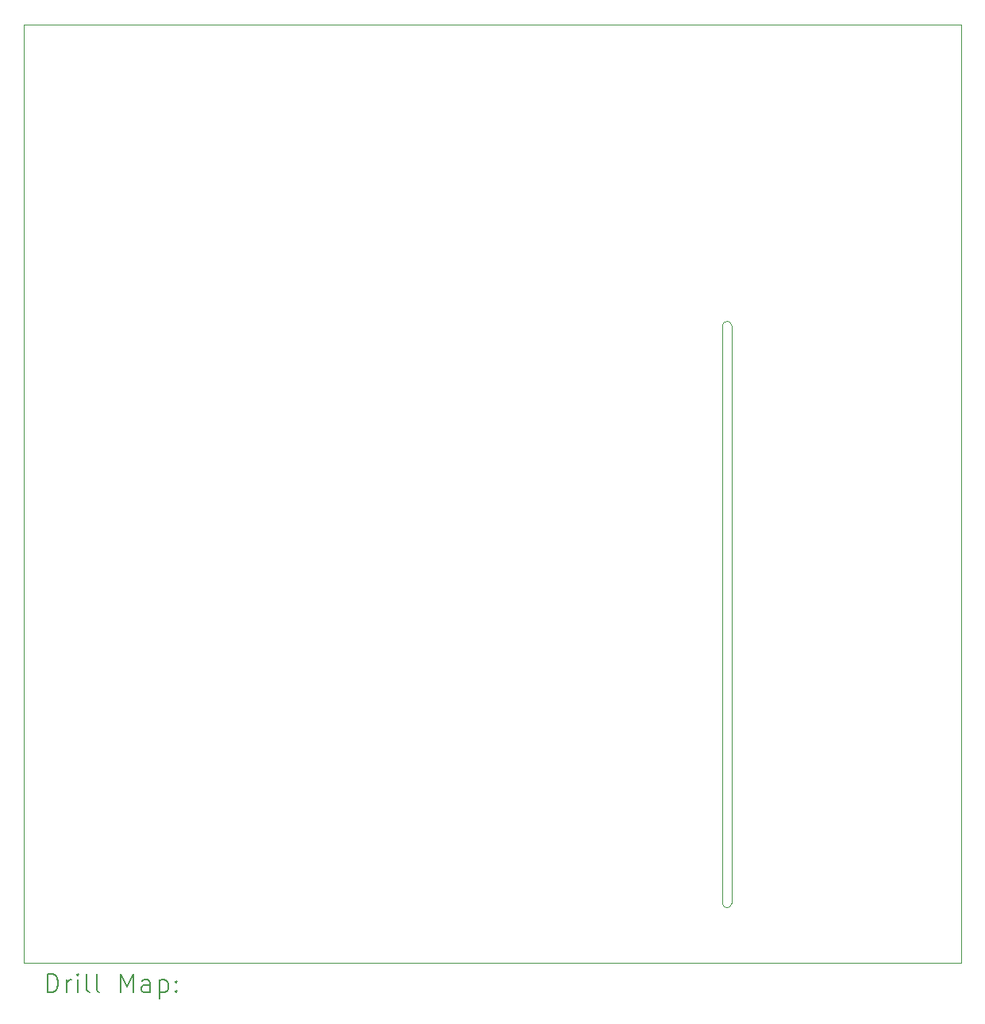
<source format=gbr>
%TF.GenerationSoftware,KiCad,Pcbnew,(6.0.8)*%
%TF.CreationDate,2023-07-19T02:04:15+05:30*%
%TF.ProjectId,STM32DryerPCB_V2,53544d33-3244-4727-9965-725043425f56,rev?*%
%TF.SameCoordinates,Original*%
%TF.FileFunction,Drillmap*%
%TF.FilePolarity,Positive*%
%FSLAX45Y45*%
G04 Gerber Fmt 4.5, Leading zero omitted, Abs format (unit mm)*
G04 Created by KiCad (PCBNEW (6.0.8)) date 2023-07-19 02:04:15*
%MOMM*%
%LPD*%
G01*
G04 APERTURE LIST*
%ADD10C,0.100000*%
%ADD11C,0.200000*%
G04 APERTURE END LIST*
D10*
X16823400Y-12410440D02*
G75*
G03*
X16923400Y-12410440I50000J0D01*
G01*
X16923400Y-6261080D02*
G75*
G03*
X16823400Y-6261080I-50000J0D01*
G01*
X16923400Y-12410440D02*
X16923400Y-6261080D01*
X16823400Y-6261080D02*
X16823400Y-12410440D01*
X9372600Y-3048000D02*
X19372600Y-3048000D01*
X19372600Y-3048000D02*
X19372600Y-13048000D01*
X19372600Y-13048000D02*
X9372600Y-13048000D01*
X9372600Y-13048000D02*
X9372600Y-3048000D01*
D11*
X9625219Y-13363476D02*
X9625219Y-13163476D01*
X9672838Y-13163476D01*
X9701410Y-13173000D01*
X9720457Y-13192048D01*
X9729981Y-13211095D01*
X9739505Y-13249190D01*
X9739505Y-13277762D01*
X9729981Y-13315857D01*
X9720457Y-13334905D01*
X9701410Y-13353952D01*
X9672838Y-13363476D01*
X9625219Y-13363476D01*
X9825219Y-13363476D02*
X9825219Y-13230143D01*
X9825219Y-13268238D02*
X9834743Y-13249190D01*
X9844267Y-13239667D01*
X9863314Y-13230143D01*
X9882362Y-13230143D01*
X9949029Y-13363476D02*
X9949029Y-13230143D01*
X9949029Y-13163476D02*
X9939505Y-13173000D01*
X9949029Y-13182524D01*
X9958552Y-13173000D01*
X9949029Y-13163476D01*
X9949029Y-13182524D01*
X10072838Y-13363476D02*
X10053790Y-13353952D01*
X10044267Y-13334905D01*
X10044267Y-13163476D01*
X10177600Y-13363476D02*
X10158552Y-13353952D01*
X10149029Y-13334905D01*
X10149029Y-13163476D01*
X10406171Y-13363476D02*
X10406171Y-13163476D01*
X10472838Y-13306333D01*
X10539505Y-13163476D01*
X10539505Y-13363476D01*
X10720457Y-13363476D02*
X10720457Y-13258714D01*
X10710933Y-13239667D01*
X10691886Y-13230143D01*
X10653790Y-13230143D01*
X10634743Y-13239667D01*
X10720457Y-13353952D02*
X10701410Y-13363476D01*
X10653790Y-13363476D01*
X10634743Y-13353952D01*
X10625219Y-13334905D01*
X10625219Y-13315857D01*
X10634743Y-13296809D01*
X10653790Y-13287286D01*
X10701410Y-13287286D01*
X10720457Y-13277762D01*
X10815695Y-13230143D02*
X10815695Y-13430143D01*
X10815695Y-13239667D02*
X10834743Y-13230143D01*
X10872838Y-13230143D01*
X10891886Y-13239667D01*
X10901410Y-13249190D01*
X10910933Y-13268238D01*
X10910933Y-13325381D01*
X10901410Y-13344428D01*
X10891886Y-13353952D01*
X10872838Y-13363476D01*
X10834743Y-13363476D01*
X10815695Y-13353952D01*
X10996648Y-13344428D02*
X11006171Y-13353952D01*
X10996648Y-13363476D01*
X10987124Y-13353952D01*
X10996648Y-13344428D01*
X10996648Y-13363476D01*
X10996648Y-13239667D02*
X11006171Y-13249190D01*
X10996648Y-13258714D01*
X10987124Y-13249190D01*
X10996648Y-13239667D01*
X10996648Y-13258714D01*
M02*

</source>
